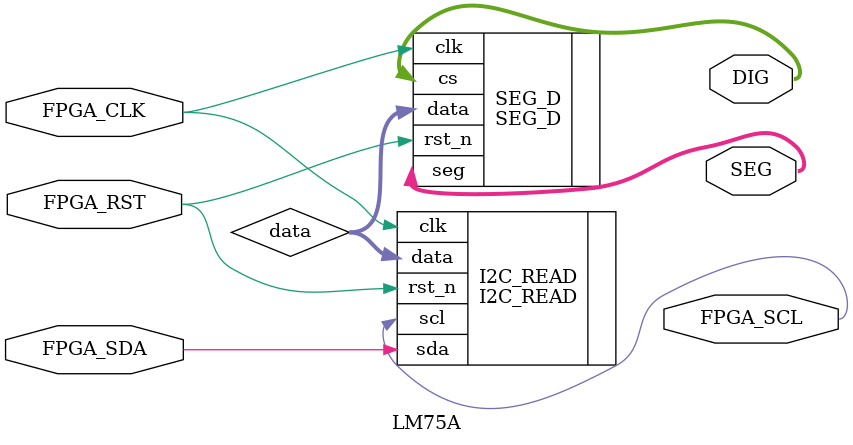
<source format=v>
/*
** LM75A.v
**
**
*/


module LM75A( input wire FPGA_CLK, input wire FPGA_RST, inout wire FPGA_SDA, output wire FPGA_SCL, output wire [3:0] DIG, output wire [7:0] SEG );  
		//wire clk = FPGA_CLK;
		//wire rst_n = FPGA_RST;
		//wire scl = FPGA_SCL;
		//wire sda = FPGA_SDA;
		//wire [3:0] cs = DIG;
		//wire [7:0] seg = SEG;
		wire done;
		wire [15:0] data;
		
		
		// Objeto do tipo 'I2C_READ':
		I2C_READ I2C_READ( .clk(FPGA_CLK), .rst_n(FPGA_RST), .scl(FPGA_SCL), .sda(FPGA_SDA), .data(data) );
		
		// Objeto do tipo 'SEG_D'
		SEG_D  SEG_D( .clk(FPGA_CLK), .rst_n(FPGA_RST), .cs(DIG), .seg(SEG), .data(data) );
endmodule

</source>
